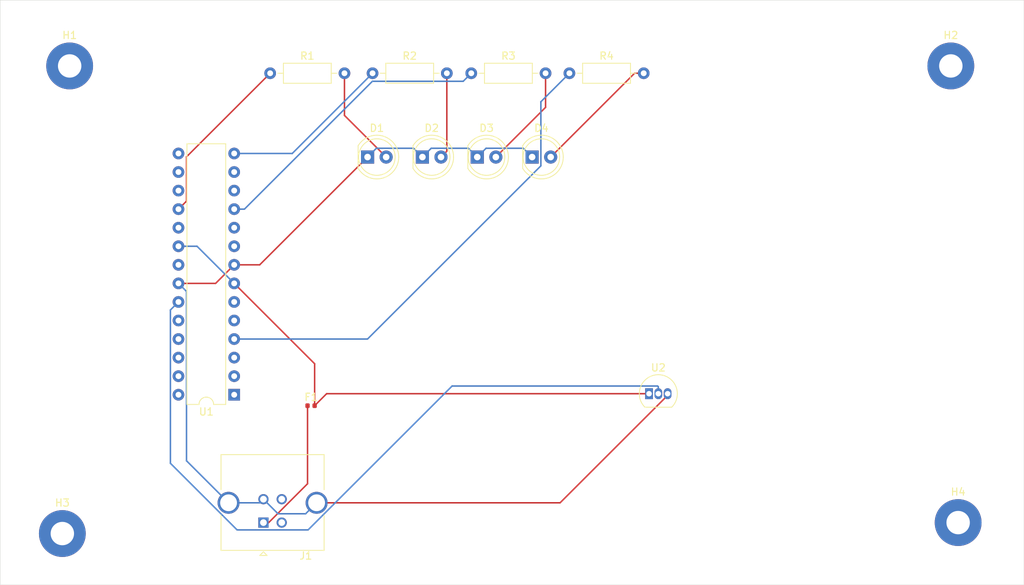
<source format=kicad_pcb>
(kicad_pcb (version 20240108) (generator "pcbnew") (generator_version "8.0")
  (layers (0 "F.Cu" signal) (31 "B.Cu" signal) (34 "B.Paste" user) (35 "F.Paste" user) (36 "B.SilkS" user "B.Silkscreen") (37 "F.SilkS" user "F.Silkscreen") (38 "B.Mask" user) (39 "F.Mask" user) (44 "Edge.Cuts" user))
  (net 0 "")
  (net 1 "Net-(D1-A)")
  (net 2 "GND")
  (net 3 "Net-(D2-A)")
  (net 4 "Net-(D3-A)")
  (net 5 "Net-(D4-A)")
  (net 6 "VCC")
  (net 7 "/Under14")
  (net 8 "/Under29")
  (net 9 "/Under44")
  (net 10 "/Under50")
  (net 25 "/Temperature")
  (net 31 "Net-(J1-VBUS)")
  (footprint "LED_THT:LED_D5.0mm_Clear" (layer "F.Cu") (at 141.74 85.47)
    (property "Reference" "D1" (at 1.27 -3.96 0) (layer "F.SilkS"))
    (property "Value" "LED")
    (fp_line (start -1.29 -1.545) (end -1.29 1.545) (stroke (width 0.12)) (layer "F.SilkS"))
    (fp_arc (start -1.29 -1.54483) (mid 2.072002 -2.880433) (end 4.26 0.000462) (stroke (width 0.12)) (layer "F.SilkS"))
    (fp_arc (start 4.26 -0.000462) (mid 2.072002 2.880433) (end -1.29 1.54483) (stroke (width 0.12)) (layer "F.SilkS"))
    (fp_circle (center 1.27 0) (end 3.77 0) (stroke (width 0.12)) (fill none) (layer "F.SilkS"))
    (pad "1" thru_hole rect (at 0 0) (size 1.8 1.8) (drill 0.9) (layers "*.Cu" "*.Mask") (net 2 "GND"))
    (pad "2" thru_hole circle (at 2.54 0) (size 1.8 1.8) (drill 0.9) (layers "*.Cu" "*.Mask") (net 1 "Net-(D1-A)"))
  )
  (footprint "Package_DIP:DIP-28_W7.62mm" (layer "F.Cu") (at 123.5 118 180)
    (property "Reference" "U1" (at 3.81 -2.33 360) (layer "F.SilkS"))
    (property "Value" "ATmega328-P")
    (fp_line (start 6.46 34.35) (end 6.46 -1.33) (stroke (width 0.12)) (layer "F.SilkS"))
    (fp_line (start 6.46 -1.33) (end 4.81 -1.33) (stroke (width 0.12)) (layer "F.SilkS"))
    (fp_line (start 2.81 -1.33) (end 1.16 -1.33) (stroke (width 0.12)) (layer "F.SilkS"))
    (fp_line (start 1.16 34.35) (end 6.46 34.35) (stroke (width 0.12)) (layer "F.SilkS"))
    (fp_line (start 1.16 -1.33) (end 1.16 34.35) (stroke (width 0.12)) (layer "F.SilkS"))
    (fp_arc (start 4.81 -1.33) (mid 3.81 -0.33) (end 2.81 -1.33) (stroke (width 0.12)) (layer "F.SilkS"))
    (pad "1" thru_hole rect (at 0 0 180) (size 1.6 1.6) (drill 0.8) (layers "*.Cu" "*.Mask"))
    (pad "2" thru_hole oval (at 0 2.54 180) (size 1.6 1.6) (drill 0.8) (layers "*.Cu" "*.Mask"))
    (pad "3" thru_hole oval (at 0 5.08 180) (size 1.6 1.6) (drill 0.8) (layers "*.Cu" "*.Mask"))
    (pad "4" thru_hole oval (at 0 7.62 180) (size 1.6 1.6) (drill 0.8) (layers "*.Cu" "*.Mask") (net 10 "/Under50"))
    (pad "5" thru_hole oval (at 0 10.16 180) (size 1.6 1.6) (drill 0.8) (layers "*.Cu" "*.Mask"))
    (pad "6" thru_hole oval (at 0 12.7 180) (size 1.6 1.6) (drill 0.8) (layers "*.Cu" "*.Mask"))
    (pad "7" thru_hole oval (at 0 15.24 180) (size 1.6 1.6) (drill 0.8) (layers "*.Cu" "*.Mask") (net 6 "VCC"))
    (pad "8" thru_hole oval (at 0 17.78 180) (size 1.6 1.6) (drill 0.8) (layers "*.Cu" "*.Mask") (net 2 "GND"))
    (pad "9" thru_hole oval (at 0 20.32 180) (size 1.6 1.6) (drill 0.8) (layers "*.Cu" "*.Mask"))
    (pad "10" thru_hole oval (at 0 22.86 180) (size 1.6 1.6) (drill 0.8) (layers "*.Cu" "*.Mask"))
    (pad "11" thru_hole oval (at 0 25.4 180) (size 1.6 1.6) (drill 0.8) (layers "*.Cu" "*.Mask") (net 9 "/Under44"))
    (pad "12" thru_hole oval (at 0 27.94 180) (size 1.6 1.6) (drill 0.8) (layers "*.Cu" "*.Mask"))
    (pad "13" thru_hole oval (at 0 30.48 180) (size 1.6 1.6) (drill 0.8) (layers "*.Cu" "*.Mask"))
    (pad "14" thru_hole oval (at 0 33.02 180) (size 1.6 1.6) (drill 0.8) (layers "*.Cu" "*.Mask") (net 8 "/Under29"))
    (pad "15" thru_hole oval (at 7.62 33.02 180) (size 1.6 1.6) (drill 0.8) (layers "*.Cu" "*.Mask"))
    (pad "16" thru_hole oval (at 7.62 30.48 180) (size 1.6 1.6) (drill 0.8) (layers "*.Cu" "*.Mask"))
    (pad "17" thru_hole oval (at 7.62 27.94 180) (size 1.6 1.6) (drill 0.8) (layers "*.Cu" "*.Mask"))
    (pad "18" thru_hole oval (at 7.62 25.4 180) (size 1.6 1.6) (drill 0.8) (layers "*.Cu" "*.Mask") (net 7 "/Under14"))
    (pad "19" thru_hole oval (at 7.62 22.86 180) (size 1.6 1.6) (drill 0.8) (layers "*.Cu" "*.Mask"))
    (pad "20" thru_hole oval (at 7.62 20.32 180) (size 1.6 1.6) (drill 0.8) (layers "*.Cu" "*.Mask") (net 6 "VCC"))
    (pad "21" thru_hole oval (at 7.62 17.78 180) (size 1.6 1.6) (drill 0.8) (layers "*.Cu" "*.Mask"))
    (pad "22" thru_hole oval (at 7.62 15.24 180) (size 1.6 1.6) (drill 0.8) (layers "*.Cu" "*.Mask") (net 2 "GND"))
    (pad "23" thru_hole oval (at 7.62 12.7 180) (size 1.6 1.6) (drill 0.8) (layers "*.Cu" "*.Mask") (net 25 "/Temperature"))
    (pad "24" thru_hole oval (at 7.62 10.16 180) (size 1.6 1.6) (drill 0.8) (layers "*.Cu" "*.Mask"))
    (pad "25" thru_hole oval (at 7.62 7.62 180) (size 1.6 1.6) (drill 0.8) (layers "*.Cu" "*.Mask"))
    (pad "26" thru_hole oval (at 7.62 5.08 180) (size 1.6 1.6) (drill 0.8) (layers "*.Cu" "*.Mask"))
    (pad "27" thru_hole oval (at 7.62 2.54 180) (size 1.6 1.6) (drill 0.8) (layers "*.Cu" "*.Mask"))
    (pad "28" thru_hole oval (at 7.62 0 180) (size 1.6 1.6) (drill 0.8) (layers "*.Cu" "*.Mask"))
  )
  (footprint "MountingHole:MountingHole_3.2mm_M3_Pad" (layer "F.Cu") (at 221.5 73)
    (property "Reference" "H2" (at 0 -4.2 0) (layer "F.SilkS"))
    (property "Value" "MountingHole")
    (pad "1" thru_hole circle (at 0 0) (size 6.4 6.4) (drill 3.2) (layers "*.Cu" "*.Mask"))
  )
  (footprint "Resistor_THT:R_Axial_DIN0207_L6.3mm_D2.5mm_P10.16mm_Horizontal" (layer "F.Cu") (at 155.92 74)
    (property "Reference" "R3" (at 5.08 -2.37 0) (layer "F.SilkS"))
    (property "Value" "220")
    (fp_line (start 1.04 0) (end 1.81 0) (stroke (width 0.12)) (layer "F.SilkS"))
    (fp_line (start 1.81 -1.37) (end 1.81 1.37) (stroke (width 0.12)) (layer "F.SilkS"))
    (fp_line (start 1.81 1.37) (end 8.35 1.37) (stroke (width 0.12)) (layer "F.SilkS"))
    (fp_line (start 8.35 -1.37) (end 1.81 -1.37) (stroke (width 0.12)) (layer "F.SilkS"))
    (fp_line (start 8.35 1.37) (end 8.35 -1.37) (stroke (width 0.12)) (layer "F.SilkS"))
    (fp_line (start 9.12 0) (end 8.35 0) (stroke (width 0.12)) (layer "F.SilkS"))
    (pad "1" thru_hole circle (at 0 0) (size 1.6 1.6) (drill 0.8) (layers "*.Cu" "*.Mask") (net 9 "/Under44"))
    (pad "2" thru_hole oval (at 10.16 0) (size 1.6 1.6) (drill 0.8) (layers "*.Cu" "*.Mask") (net 4 "Net-(D3-A)"))
  )
  (footprint "LED_THT:LED_D5.0mm_Clear" (layer "F.Cu") (at 164.24 85.47)
    (property "Reference" "D4" (at 1.27 -3.96 0) (layer "F.SilkS"))
    (property "Value" "LED")
    (fp_line (start -1.29 -1.545) (end -1.29 1.545) (stroke (width 0.12)) (layer "F.SilkS"))
    (fp_arc (start -1.29 -1.54483) (mid 2.072002 -2.880433) (end 4.26 0.000462) (stroke (width 0.12)) (layer "F.SilkS"))
    (fp_arc (start 4.26 -0.000462) (mid 2.072002 2.880433) (end -1.29 1.54483) (stroke (width 0.12)) (layer "F.SilkS"))
    (fp_circle (center 1.27 0) (end 3.77 0) (stroke (width 0.12)) (fill none) (layer "F.SilkS"))
    (pad "1" thru_hole rect (at 0 0) (size 1.8 1.8) (drill 0.9) (layers "*.Cu" "*.Mask") (net 2 "GND"))
    (pad "2" thru_hole circle (at 2.54 0) (size 1.8 1.8) (drill 0.9) (layers "*.Cu" "*.Mask") (net 5 "Net-(D4-A)"))
  )
  (footprint "MountingHole:MountingHole_3.2mm_M3_Pad" (layer "F.Cu") (at 101 73)
    (property "Reference" "H1" (at 0 -4.2 0) (layer "F.SilkS"))
    (property "Value" "MountingHole")
    (pad "1" thru_hole circle (at 0 0) (size 6.4 6.4) (drill 3.2) (layers "*.Cu" "*.Mask"))
  )
  (footprint "Fuse:Fuse_0402_1005Metric" (layer "F.Cu") (at 134.015 119.5)
    (property "Reference" "F1" (at 0 -1.17 0) (layer "F.SilkS"))
    (property "Value" "Fuse")
    (pad "1" smd roundrect (at -0.485 0) (size 0.59 0.64) (layers "F.Cu" "F.Paste" "F.Mask") (net 31 "Net-(J1-VBUS)"))
    (pad "2" smd roundrect (at 0.485 0) (size 0.59 0.64) (layers "F.Cu" "F.Paste" "F.Mask") (net 6 "VCC"))
  )
  (footprint "MountingHole:MountingHole_3.2mm_M3_Pad" (layer "F.Cu") (at 222.5 135.5)
    (property "Reference" "H4" (at 0 -4.2 0) (layer "F.SilkS"))
    (property "Value" "MountingHole")
    (pad "1" thru_hole circle (at 0 0) (size 6.4 6.4) (drill 3.2) (layers "*.Cu" "*.Mask"))
  )
  (footprint "Connector_USB:USB_B_Amphenol_MUSB-D511_Vertical_Rugged" (layer "F.Cu") (at 127.5 135.5 180)
    (property "Reference" "J1" (at -5.8 -4.55 360) (layer "F.SilkS"))
    (property "Value" "USB_B")
    (fp_line (start 5.8 9.3) (end -8.3 9.3) (stroke (width 0.12)) (layer "F.SilkS"))
    (fp_line (start 5.8 4.5) (end 5.8 9.3) (stroke (width 0.12)) (layer "F.SilkS"))
    (fp_line (start 5.8 -3.8) (end 5.8 1) (stroke (width 0.12)) (layer "F.SilkS"))
    (fp_line (start 0.5 -4.5) (end -0.5 -4.5) (stroke (width 0.12)) (layer "F.SilkS"))
    (fp_line (start 0 -4) (end 0.5 -4.5) (stroke (width 0.12)) (layer "F.SilkS"))
    (fp_line (start -0.5 -4.5) (end 0 -4) (stroke (width 0.12)) (layer "F.SilkS"))
    (fp_line (start -8.3 9.3) (end -8.3 4.5) (stroke (width 0.12)) (layer "F.SilkS"))
    (fp_line (start -8.3 1) (end -8.3 -3.8) (stroke (width 0.12)) (layer "F.SilkS"))
    (fp_line (start -8.3 -3.8) (end 5.8 -3.8) (stroke (width 0.12)) (layer "F.SilkS"))
    (pad "1" thru_hole rect (at 0 0 180) (size 1.4 1.4) (drill 0.92) (layers "*.Cu" "*.Mask") (net 31 "Net-(J1-VBUS)"))
    (pad "2" thru_hole circle (at -2.5 0 180) (size 1.4 1.4) (drill 0.92) (layers "*.Cu" "*.Mask"))
    (pad "3" thru_hole circle (at -2.5 3.2 180) (size 1.4 1.4) (drill 0.92) (layers "*.Cu" "*.Mask"))
    (pad "4" thru_hole circle (at 0 3.2 180) (size 1.4 1.4) (drill 0.92) (layers "*.Cu" "*.Mask") (net 2 "GND"))
    (pad "5" thru_hole circle (at -7.27 2.71 180) (size 3 3) (drill 2.3) (layers "*.Cu" "*.Mask") (net 2 "GND"))
    (pad "5" thru_hole circle (at 4.77 2.71 180) (size 3 3) (drill 2.3) (layers "*.Cu" "*.Mask") (net 2 "GND"))
  )
  (footprint "Resistor_THT:R_Axial_DIN0207_L6.3mm_D2.5mm_P10.16mm_Horizontal" (layer "F.Cu") (at 142.42 74)
    (property "Reference" "R2" (at 5.08 -2.37 0) (layer "F.SilkS"))
    (property "Value" "220")
    (fp_line (start 1.04 0) (end 1.81 0) (stroke (width 0.12)) (layer "F.SilkS"))
    (fp_line (start 1.81 -1.37) (end 1.81 1.37) (stroke (width 0.12)) (layer "F.SilkS"))
    (fp_line (start 1.81 1.37) (end 8.35 1.37) (stroke (width 0.12)) (layer "F.SilkS"))
    (fp_line (start 8.35 -1.37) (end 1.81 -1.37) (stroke (width 0.12)) (layer "F.SilkS"))
    (fp_line (start 8.35 1.37) (end 8.35 -1.37) (stroke (width 0.12)) (layer "F.SilkS"))
    (fp_line (start 9.12 0) (end 8.35 0) (stroke (width 0.12)) (layer "F.SilkS"))
    (pad "1" thru_hole circle (at 0 0) (size 1.6 1.6) (drill 0.8) (layers "*.Cu" "*.Mask") (net 8 "/Under29"))
    (pad "2" thru_hole oval (at 10.16 0) (size 1.6 1.6) (drill 0.8) (layers "*.Cu" "*.Mask") (net 3 "Net-(D2-A)"))
  )
  (footprint "Package_TO_SOT_THT:TO-92_Inline" (layer "F.Cu") (at 180.23 117.86)
    (property "Reference" "U2" (at 1.27 -3.56 0) (layer "F.SilkS"))
    (property "Value" "TSIC206-TO92")
    (fp_line (start -0.53 1.85) (end 3.07 1.85) (stroke (width 0.12)) (layer "F.SilkS"))
    (fp_arc (start -0.568478 1.838478) (mid -1.132087 -0.994977) (end 1.27 -2.6) (stroke (width 0.12)) (layer "F.SilkS"))
    (fp_arc (start 1.27 -2.6) (mid 3.672087 -0.994977) (end 3.108478 1.838478) (stroke (width 0.12)) (layer "F.SilkS"))
    (pad "1" thru_hole rect (at 0 0) (size 1.05 1.5) (drill 0.75) (layers "*.Cu" "*.Mask") (net 6 "VCC"))
    (pad "2" thru_hole oval (at 1.27 0) (size 1.05 1.5) (drill 0.75) (layers "*.Cu" "*.Mask") (net 25 "/Temperature"))
    (pad "3" thru_hole oval (at 2.54 0) (size 1.05 1.5) (drill 0.75) (layers "*.Cu" "*.Mask") (net 2 "GND"))
  )
  (footprint "MountingHole:MountingHole_3.2mm_M3_Pad" (layer "F.Cu") (at 100 137)
    (property "Reference" "H3" (at 0 -4.2 0) (layer "F.SilkS"))
    (property "Value" "MountingHole")
    (pad "1" thru_hole circle (at 0 0) (size 6.4 6.4) (drill 3.2) (layers "*.Cu" "*.Mask"))
  )
  (footprint "LED_THT:LED_D5.0mm_Clear" (layer "F.Cu") (at 156.74 85.47)
    (property "Reference" "D3" (at 1.27 -3.96 0) (layer "F.SilkS"))
    (property "Value" "LED")
    (fp_line (start -1.29 -1.545) (end -1.29 1.545) (stroke (width 0.12)) (layer "F.SilkS"))
    (fp_arc (start -1.29 -1.54483) (mid 2.072002 -2.880433) (end 4.26 0.000462) (stroke (width 0.12)) (layer "F.SilkS"))
    (fp_arc (start 4.26 -0.000462) (mid 2.072002 2.880433) (end -1.29 1.54483) (stroke (width 0.12)) (layer "F.SilkS"))
    (fp_circle (center 1.27 0) (end 3.77 0) (stroke (width 0.12)) (fill none) (layer "F.SilkS"))
    (pad "1" thru_hole rect (at 0 0) (size 1.8 1.8) (drill 0.9) (layers "*.Cu" "*.Mask") (net 2 "GND"))
    (pad "2" thru_hole circle (at 2.54 0) (size 1.8 1.8) (drill 0.9) (layers "*.Cu" "*.Mask") (net 4 "Net-(D3-A)"))
  )
  (footprint "Resistor_THT:R_Axial_DIN0207_L6.3mm_D2.5mm_P10.16mm_Horizontal" (layer "F.Cu") (at 169.34 74)
    (property "Reference" "R4" (at 5.08 -2.37 0) (layer "F.SilkS"))
    (property "Value" "220")
    (fp_line (start 1.04 0) (end 1.81 0) (stroke (width 0.12)) (layer "F.SilkS"))
    (fp_line (start 1.81 -1.37) (end 1.81 1.37) (stroke (width 0.12)) (layer "F.SilkS"))
    (fp_line (start 1.81 1.37) (end 8.35 1.37) (stroke (width 0.12)) (layer "F.SilkS"))
    (fp_line (start 8.35 -1.37) (end 1.81 -1.37) (stroke (width 0.12)) (layer "F.SilkS"))
    (fp_line (start 8.35 1.37) (end 8.35 -1.37) (stroke (width 0.12)) (layer "F.SilkS"))
    (fp_line (start 9.12 0) (end 8.35 0) (stroke (width 0.12)) (layer "F.SilkS"))
    (pad "1" thru_hole circle (at 0 0) (size 1.6 1.6) (drill 0.8) (layers "*.Cu" "*.Mask") (net 10 "/Under50"))
    (pad "2" thru_hole oval (at 10.16 0) (size 1.6 1.6) (drill 0.8) (layers "*.Cu" "*.Mask") (net 5 "Net-(D4-A)"))
  )
  (footprint "Resistor_THT:R_Axial_DIN0207_L6.3mm_D2.5mm_P10.16mm_Horizontal" (layer "F.Cu") (at 128.42 74)
    (property "Reference" "R1" (at 5.08 -2.37 0) (layer "F.SilkS"))
    (property "Value" "220")
    (fp_line (start 1.04 0) (end 1.81 0) (stroke (width 0.12)) (layer "F.SilkS"))
    (fp_line (start 1.81 -1.37) (end 1.81 1.37) (stroke (width 0.12)) (layer "F.SilkS"))
    (fp_line (start 1.81 1.37) (end 8.35 1.37) (stroke (width 0.12)) (layer "F.SilkS"))
    (fp_line (start 8.35 -1.37) (end 1.81 -1.37) (stroke (width 0.12)) (layer "F.SilkS"))
    (fp_line (start 8.35 1.37) (end 8.35 -1.37) (stroke (width 0.12)) (layer "F.SilkS"))
    (fp_line (start 9.12 0) (end 8.35 0) (stroke (width 0.12)) (layer "F.SilkS"))
    (pad "1" thru_hole circle (at 0 0) (size 1.6 1.6) (drill 0.8) (layers "*.Cu" "*.Mask") (net 7 "/Under14"))
    (pad "2" thru_hole oval (at 10.16 0) (size 1.6 1.6) (drill 0.8) (layers "*.Cu" "*.Mask") (net 1 "Net-(D1-A)"))
  )
  (footprint "LED_THT:LED_D5.0mm_Clear" (layer "F.Cu") (at 149.24 85.47)
    (property "Reference" "D2" (at 1.27 -3.96 0) (layer "F.SilkS"))
    (property "Value" "LED")
    (fp_line (start -1.29 -1.545) (end -1.29 1.545) (stroke (width 0.12)) (layer "F.SilkS"))
    (fp_arc (start -1.29 -1.54483) (mid 2.072002 -2.880433) (end 4.26 0.000462) (stroke (width 0.12)) (layer "F.SilkS"))
    (fp_arc (start 4.26 -0.000462) (mid 2.072002 2.880433) (end -1.29 1.54483) (stroke (width 0.12)) (layer "F.SilkS"))
    (fp_circle (center 1.27 0) (end 3.77 0) (stroke (width 0.12)) (fill none) (layer "F.SilkS"))
    (pad "1" thru_hole rect (at 0 0) (size 1.8 1.8) (drill 0.9) (layers "*.Cu" "*.Mask") (net 2 "GND"))
    (pad "2" thru_hole circle (at 2.54 0) (size 1.8 1.8) (drill 0.9) (layers "*.Cu" "*.Mask") (net 3 "Net-(D2-A)"))
  )
  (gr_rect (start 91.5 64) (end 231.5 144) (stroke (width 0.05)) (fill none) (layer "Edge.Cuts"))
  (segment (start 138.58 79.77) (end 144.28 85.47) (width 0.2) (layer "F.Cu") (net 1))
  (segment (start 138.58 74) (end 138.58 79.77) (width 0.2) (layer "F.Cu") (net 1))
  (segment (start 120.96 102.76) (end 123.5 100.22) (width 0.2) (layer "F.Cu") (net 2))
  (segment (start 182.77 118.085) (end 168.065 132.79) (width 0.2) (layer "F.Cu") (net 2))
  (segment (start 115.88 102.76) (end 120.96 102.76) (width 0.2) (layer "F.Cu") (net 2))
  (segment (start 168.065 132.79) (end 134.77 132.79) (width 0.2) (layer "F.Cu") (net 2))
  (segment (start 123.5 100.22) (end 126.99 100.22) (width 0.2) (layer "F.Cu") (net 2))
  (segment (start 182.77 117.86) (end 182.77 118.085) (width 0.2) (layer "F.Cu") (net 2))
  (segment (start 126.99 100.22) (end 141.74 85.47) (width 0.2) (layer "F.Cu") (net 2))
  (segment (start 142.94 84.27) (end 148.04 84.27) (width 0.2) (layer "B.Cu") (net 2))
  (segment (start 129.49 134.29) (end 133.27 134.29) (width 0.2) (layer "B.Cu") (net 2))
  (segment (start 127.01 132.79) (end 127.5 132.3) (width 0.2) (layer "B.Cu") (net 2))
  (segment (start 149.24 85.47) (end 150.44 84.27) (width 0.2) (layer "B.Cu") (net 2))
  (segment (start 163.04 84.27) (end 164.24 85.47) (width 0.2) (layer "B.Cu") (net 2))
  (segment (start 133.27 134.29) (end 134.77 132.79) (width 0.2) (layer "B.Cu") (net 2))
  (segment (start 116.98 103.86) (end 116.98 127.04) (width 0.2) (layer "B.Cu") (net 2))
  (segment (start 127.5 132.3) (end 129.49 134.29) (width 0.2) (layer "B.Cu") (net 2))
  (segment (start 155.54 84.27) (end 156.74 85.47) (width 0.2) (layer "B.Cu") (net 2))
  (segment (start 116.98 127.04) (end 122.73 132.79) (width 0.2) (layer "B.Cu") (net 2))
  (segment (start 150.44 84.27) (end 155.54 84.27) (width 0.2) (layer "B.Cu") (net 2))
  (segment (start 148.04 84.27) (end 149.24 85.47) (width 0.2) (layer "B.Cu") (net 2))
  (segment (start 157.94 84.27) (end 163.04 84.27) (width 0.2) (layer "B.Cu") (net 2))
  (segment (start 141.74 85.47) (end 142.94 84.27) (width 0.2) (layer "B.Cu") (net 2))
  (segment (start 156.74 85.47) (end 157.94 84.27) (width 0.2) (layer "B.Cu") (net 2))
  (segment (start 122.73 132.79) (end 127.01 132.79) (width 0.2) (layer "B.Cu") (net 2))
  (segment (start 115.88 102.76) (end 116.98 103.86) (width 0.2) (layer "B.Cu") (net 2))
  (segment (start 152.58 74) (end 152.58 84.67) (width 0.2) (layer "F.Cu") (net 3))
  (segment (start 152.58 84.67) (end 151.78 85.47) (width 0.2) (layer "F.Cu") (net 3))
  (segment (start 166.08 78.67) (end 159.28 85.47) (width 0.2) (layer "F.Cu") (net 4))
  (segment (start 166.08 74) (end 166.08 78.67) (width 0.2) (layer "F.Cu") (net 4))
  (segment (start 178.25 74) (end 166.78 85.47) (width 0.2) (layer "F.Cu") (net 5))
  (segment (start 179.5 74) (end 178.25 74) (width 0.2) (layer "F.Cu") (net 5))
  (segment (start 136.14 117.86) (end 134.5 119.5) (width 0.2) (layer "F.Cu") (net 6))
  (segment (start 134.5 113.76) (end 134.5 119.5) (width 0.2) (layer "F.Cu") (net 6))
  (segment (start 180.23 117.86) (end 136.14 117.86) (width 0.2) (layer "F.Cu") (net 6))
  (segment (start 123.5 102.76) (end 134.5 113.76) (width 0.2) (layer "F.Cu") (net 6))
  (segment (start 115.88 97.68) (end 118.42 97.68) (width 0.2) (layer "B.Cu") (net 6))
  (segment (start 118.42 97.68) (end 123.5 102.76) (width 0.2) (layer "B.Cu") (net 6))
  (segment (start 116.98 91.5) (end 115.88 92.6) (width 0.2) (layer "F.Cu") (net 7))
  (segment (start 128.42 74) (end 116.98 85.44) (width 0.2) (layer "F.Cu") (net 7))
  (segment (start 116.98 85.44) (end 116.98 91.5) (width 0.2) (layer "F.Cu") (net 7))
  (segment (start 131.44 84.98) (end 123.5 84.98) (width 0.2) (layer "B.Cu") (net 8))
  (segment (start 142.42 74) (end 131.44 84.98) (width 0.2) (layer "B.Cu") (net 8))
  (segment (start 124.9 92.6) (end 123.5 92.6) (width 0.2) (layer "B.Cu") (net 9))
  (segment (start 142.4 75.1) (end 124.9 92.6) (width 0.2) (layer "B.Cu") (net 9))
  (segment (start 154.82 75.1) (end 142.4 75.1) (width 0.2) (layer "B.Cu") (net 9))
  (segment (start 155.92 74) (end 154.82 75.1) (width 0.2) (layer "B.Cu") (net 9))
  (segment (start 141.73 110.38) (end 123.5 110.38) (width 0.2) (layer "B.Cu") (net 10))
  (segment (start 165.44 86.67) (end 141.73 110.38) (width 0.2) (layer "B.Cu") (net 10))
  (segment (start 165.44 77.9) (end 165.44 86.67) (width 0.2) (layer "B.Cu") (net 10))
  (segment (start 169.34 74) (end 165.44 77.9) (width 0.2) (layer "B.Cu") (net 10))
  (segment (start 181.5 117.86) (end 181.5 116.91) (width 0.2) (layer "B.Cu") (net 25))
  (segment (start 181.4 116.81) (end 153.295585 116.81) (width 0.2) (layer "B.Cu") (net 25))
  (segment (start 153.295585 116.81) (end 133.605585 136.5) (width 0.2) (layer "B.Cu") (net 25))
  (segment (start 114.78 127.385585) (end 114.78 106.4) (width 0.2) (layer "B.Cu") (net 25))
  (segment (start 133.605585 136.5) (end 123.894415 136.5) (width 0.2) (layer "B.Cu") (net 25))
  (segment (start 114.78 106.4) (end 115.88 105.3) (width 0.2) (layer "B.Cu") (net 25))
  (segment (start 181.5 116.91) (end 181.4 116.81) (width 0.2) (layer "B.Cu") (net 25))
  (segment (start 123.894415 136.5) (end 114.78 127.385585) (width 0.2) (layer "B.Cu") (net 25))
  (segment (start 128.214214 135.5) (end 127.5 135.5) (width 0.2) (layer "F.Cu") (net 31))
  (segment (start 133.53 130.184214) (end 128.214214 135.5) (width 0.2) (layer "F.Cu") (net 31))
  (segment (start 133.53 119.5) (end 133.53 130.184214) (width 0.2) (layer "F.Cu") (net 31))
)
</source>
